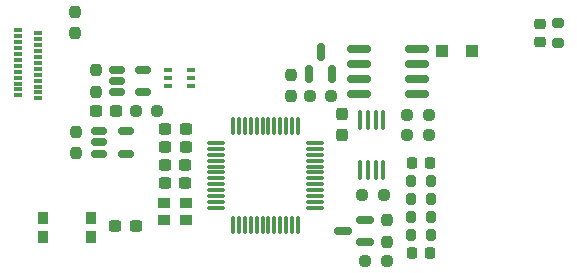
<source format=gbr>
%TF.GenerationSoftware,KiCad,Pcbnew,6.0.2-378541a8eb~116~ubuntu20.04.1*%
%TF.CreationDate,2022-02-24T19:36:18+01:00*%
%TF.ProjectId,Scale,5363616c-652e-46b6-9963-61645f706362,rev?*%
%TF.SameCoordinates,Original*%
%TF.FileFunction,Paste,Top*%
%TF.FilePolarity,Positive*%
%FSLAX46Y46*%
G04 Gerber Fmt 4.6, Leading zero omitted, Abs format (unit mm)*
G04 Created by KiCad (PCBNEW 6.0.2-378541a8eb~116~ubuntu20.04.1) date 2022-02-24 19:36:18*
%MOMM*%
%LPD*%
G01*
G04 APERTURE LIST*
G04 Aperture macros list*
%AMRoundRect*
0 Rectangle with rounded corners*
0 $1 Rounding radius*
0 $2 $3 $4 $5 $6 $7 $8 $9 X,Y pos of 4 corners*
0 Add a 4 corners polygon primitive as box body*
4,1,4,$2,$3,$4,$5,$6,$7,$8,$9,$2,$3,0*
0 Add four circle primitives for the rounded corners*
1,1,$1+$1,$2,$3*
1,1,$1+$1,$4,$5*
1,1,$1+$1,$6,$7*
1,1,$1+$1,$8,$9*
0 Add four rect primitives between the rounded corners*
20,1,$1+$1,$2,$3,$4,$5,0*
20,1,$1+$1,$4,$5,$6,$7,0*
20,1,$1+$1,$6,$7,$8,$9,0*
20,1,$1+$1,$8,$9,$2,$3,0*%
G04 Aperture macros list end*
%ADD10R,0.700000X0.300000*%
%ADD11R,1.050000X0.950000*%
%ADD12RoundRect,0.075000X-0.662500X-0.075000X0.662500X-0.075000X0.662500X0.075000X-0.662500X0.075000X0*%
%ADD13RoundRect,0.075000X-0.075000X-0.662500X0.075000X-0.662500X0.075000X0.662500X-0.075000X0.662500X0*%
%ADD14RoundRect,0.237500X0.250000X0.237500X-0.250000X0.237500X-0.250000X-0.237500X0.250000X-0.237500X0*%
%ADD15RoundRect,0.237500X0.300000X0.237500X-0.300000X0.237500X-0.300000X-0.237500X0.300000X-0.237500X0*%
%ADD16RoundRect,0.237500X-0.237500X0.250000X-0.237500X-0.250000X0.237500X-0.250000X0.237500X0.250000X0*%
%ADD17RoundRect,0.200000X-0.200000X-0.275000X0.200000X-0.275000X0.200000X0.275000X-0.200000X0.275000X0*%
%ADD18RoundRect,0.237500X-0.250000X-0.237500X0.250000X-0.237500X0.250000X0.237500X-0.250000X0.237500X0*%
%ADD19RoundRect,0.200000X-0.275000X0.200000X-0.275000X-0.200000X0.275000X-0.200000X0.275000X0.200000X0*%
%ADD20RoundRect,0.100000X0.100000X-0.712500X0.100000X0.712500X-0.100000X0.712500X-0.100000X-0.712500X0*%
%ADD21RoundRect,0.150000X0.150000X-0.587500X0.150000X0.587500X-0.150000X0.587500X-0.150000X-0.587500X0*%
%ADD22RoundRect,0.200000X0.200000X0.275000X-0.200000X0.275000X-0.200000X-0.275000X0.200000X-0.275000X0*%
%ADD23RoundRect,0.150000X0.825000X0.150000X-0.825000X0.150000X-0.825000X-0.150000X0.825000X-0.150000X0*%
%ADD24RoundRect,0.237500X-0.300000X-0.237500X0.300000X-0.237500X0.300000X0.237500X-0.300000X0.237500X0*%
%ADD25R,0.900000X1.000000*%
%ADD26RoundRect,0.150000X-0.512500X-0.150000X0.512500X-0.150000X0.512500X0.150000X-0.512500X0.150000X0*%
%ADD27R,0.650000X0.400000*%
%ADD28RoundRect,0.237500X-0.237500X0.300000X-0.237500X-0.300000X0.237500X-0.300000X0.237500X0.300000X0*%
%ADD29RoundRect,0.225000X-0.225000X-0.250000X0.225000X-0.250000X0.225000X0.250000X-0.225000X0.250000X0*%
%ADD30RoundRect,0.237500X0.237500X-0.250000X0.237500X0.250000X-0.237500X0.250000X-0.237500X-0.250000X0*%
%ADD31RoundRect,0.225000X0.250000X-0.225000X0.250000X0.225000X-0.250000X0.225000X-0.250000X-0.225000X0*%
%ADD32R,1.000000X1.000000*%
%ADD33RoundRect,0.150000X0.587500X0.150000X-0.587500X0.150000X-0.587500X-0.150000X0.587500X-0.150000X0*%
G04 APERTURE END LIST*
D10*
%TO.C,J6*%
X105604000Y-49574000D03*
X105604000Y-50074000D03*
X105604000Y-50574000D03*
X105604000Y-51074000D03*
X105604000Y-51574000D03*
X105604000Y-52074000D03*
X105604000Y-52574000D03*
X105604000Y-53074000D03*
X105604000Y-53574000D03*
X105604000Y-54074000D03*
X105604000Y-54574000D03*
X105604000Y-55074000D03*
X103904000Y-54824000D03*
X103904000Y-54324000D03*
X103904000Y-53824000D03*
X103904000Y-53324000D03*
X103904000Y-52824000D03*
X103904000Y-52324000D03*
X103904000Y-51824000D03*
X103904000Y-51324000D03*
X103904000Y-50824000D03*
X103904000Y-50324000D03*
X103904000Y-49824000D03*
X103904000Y-49324000D03*
%TD*%
D11*
%TO.C,X1*%
X118146000Y-63918000D03*
X116296000Y-63918000D03*
X116296000Y-65368000D03*
X118146000Y-65368000D03*
%TD*%
D12*
%TO.C,U1*%
X120705000Y-58845000D03*
X120705000Y-59345000D03*
X120705000Y-59845000D03*
X120705000Y-60345000D03*
X120705000Y-60845000D03*
X120705000Y-61345000D03*
X120705000Y-61845000D03*
X120705000Y-62345000D03*
X120705000Y-62845000D03*
X120705000Y-63345000D03*
X120705000Y-63845000D03*
X120705000Y-64345000D03*
D13*
X122117500Y-65757500D03*
X122617500Y-65757500D03*
X123117500Y-65757500D03*
X123617500Y-65757500D03*
X124117500Y-65757500D03*
X124617500Y-65757500D03*
X125117500Y-65757500D03*
X125617500Y-65757500D03*
X126117500Y-65757500D03*
X126617500Y-65757500D03*
X127117500Y-65757500D03*
X127617500Y-65757500D03*
D12*
X129030000Y-64345000D03*
X129030000Y-63845000D03*
X129030000Y-63345000D03*
X129030000Y-62845000D03*
X129030000Y-62345000D03*
X129030000Y-61845000D03*
X129030000Y-61345000D03*
X129030000Y-60845000D03*
X129030000Y-60345000D03*
X129030000Y-59845000D03*
X129030000Y-59345000D03*
X129030000Y-58845000D03*
D13*
X127617500Y-57432500D03*
X127117500Y-57432500D03*
X126617500Y-57432500D03*
X126117500Y-57432500D03*
X125617500Y-57432500D03*
X125117500Y-57432500D03*
X124617500Y-57432500D03*
X124117500Y-57432500D03*
X123617500Y-57432500D03*
X123117500Y-57432500D03*
X122617500Y-57432500D03*
X122117500Y-57432500D03*
%TD*%
D14*
%TO.C,R14*%
X115720500Y-56134000D03*
X113895500Y-56134000D03*
%TD*%
D15*
%TO.C,C2*%
X118110000Y-57658000D03*
X116385000Y-57658000D03*
%TD*%
D16*
%TO.C,R12*%
X135128000Y-65381500D03*
X135128000Y-67206500D03*
%TD*%
D14*
%TO.C,R13*%
X130452500Y-54864000D03*
X128627500Y-54864000D03*
%TD*%
%TO.C,R1*%
X138707500Y-56515000D03*
X136882500Y-56515000D03*
%TD*%
D17*
%TO.C,R5*%
X137224000Y-63627000D03*
X138874000Y-63627000D03*
%TD*%
D18*
%TO.C,R9*%
X133326500Y-68834000D03*
X135151500Y-68834000D03*
%TD*%
D16*
%TO.C,R15*%
X108839000Y-57888500D03*
X108839000Y-59713500D03*
%TD*%
D19*
%TO.C,R7*%
X149606000Y-48705000D03*
X149606000Y-50355000D03*
%TD*%
D18*
%TO.C,R2*%
X133072500Y-63246000D03*
X134897500Y-63246000D03*
%TD*%
D20*
%TO.C,U4*%
X132883000Y-61167500D03*
X133533000Y-61167500D03*
X134183000Y-61167500D03*
X134833000Y-61167500D03*
X134833000Y-56942500D03*
X134183000Y-56942500D03*
X133533000Y-56942500D03*
X132883000Y-56942500D03*
%TD*%
D21*
%TO.C,Q2*%
X128590000Y-53007500D03*
X130490000Y-53007500D03*
X129540000Y-51132500D03*
%TD*%
D22*
%TO.C,R4*%
X138874000Y-62103000D03*
X137224000Y-62103000D03*
%TD*%
D16*
%TO.C,R10*%
X127000000Y-53062500D03*
X127000000Y-54887500D03*
%TD*%
D23*
%TO.C,U3*%
X137730000Y-54737000D03*
X137730000Y-53467000D03*
X137730000Y-52197000D03*
X137730000Y-50927000D03*
X132780000Y-50927000D03*
X132780000Y-52197000D03*
X132780000Y-53467000D03*
X132780000Y-54737000D03*
%TD*%
D17*
%TO.C,R6*%
X137224000Y-65151000D03*
X138874000Y-65151000D03*
%TD*%
D24*
%TO.C,C7*%
X110516500Y-56134000D03*
X112241500Y-56134000D03*
%TD*%
D25*
%TO.C,SW1*%
X110127000Y-65240000D03*
X106027000Y-65240000D03*
X110127000Y-66840000D03*
X106027000Y-66840000D03*
%TD*%
D26*
%TO.C,U6*%
X110749500Y-57851000D03*
X110749500Y-58801000D03*
X110749500Y-59751000D03*
X113024500Y-59751000D03*
X113024500Y-57851000D03*
%TD*%
%TO.C,U5*%
X112258500Y-52660000D03*
X112258500Y-53610000D03*
X112258500Y-54560000D03*
X114533500Y-54560000D03*
X114533500Y-52660000D03*
%TD*%
D24*
%TO.C,C5*%
X112167500Y-65913000D03*
X113892500Y-65913000D03*
%TD*%
D27*
%TO.C,Q3*%
X116652000Y-52690000D03*
X116652000Y-53340000D03*
X116652000Y-53990000D03*
X118552000Y-53990000D03*
X118552000Y-53340000D03*
X118552000Y-52690000D03*
%TD*%
D18*
%TO.C,R3*%
X136882500Y-58166000D03*
X138707500Y-58166000D03*
%TD*%
D28*
%TO.C,C6*%
X131318000Y-56414500D03*
X131318000Y-58139500D03*
%TD*%
D29*
%TO.C,C9*%
X137274000Y-68199000D03*
X138824000Y-68199000D03*
%TD*%
D30*
%TO.C,R16*%
X108712000Y-49553500D03*
X108712000Y-47728500D03*
%TD*%
D29*
%TO.C,C8*%
X137274000Y-60579000D03*
X138824000Y-60579000D03*
%TD*%
D31*
%TO.C,C10*%
X148082000Y-50305000D03*
X148082000Y-48755000D03*
%TD*%
D15*
%TO.C,C4*%
X118083500Y-60736000D03*
X116358500Y-60736000D03*
%TD*%
%TO.C,C3*%
X118083500Y-62230000D03*
X116358500Y-62230000D03*
%TD*%
D17*
%TO.C,R8*%
X137224000Y-66675000D03*
X138874000Y-66675000D03*
%TD*%
D16*
%TO.C,R11*%
X110490000Y-52681500D03*
X110490000Y-54506500D03*
%TD*%
D32*
%TO.C,D1*%
X139847000Y-51054000D03*
X142347000Y-51054000D03*
%TD*%
D15*
%TO.C,C1*%
X118110000Y-59182000D03*
X116385000Y-59182000D03*
%TD*%
D33*
%TO.C,Q1*%
X133271500Y-67244000D03*
X133271500Y-65344000D03*
X131396500Y-66294000D03*
%TD*%
M02*

</source>
